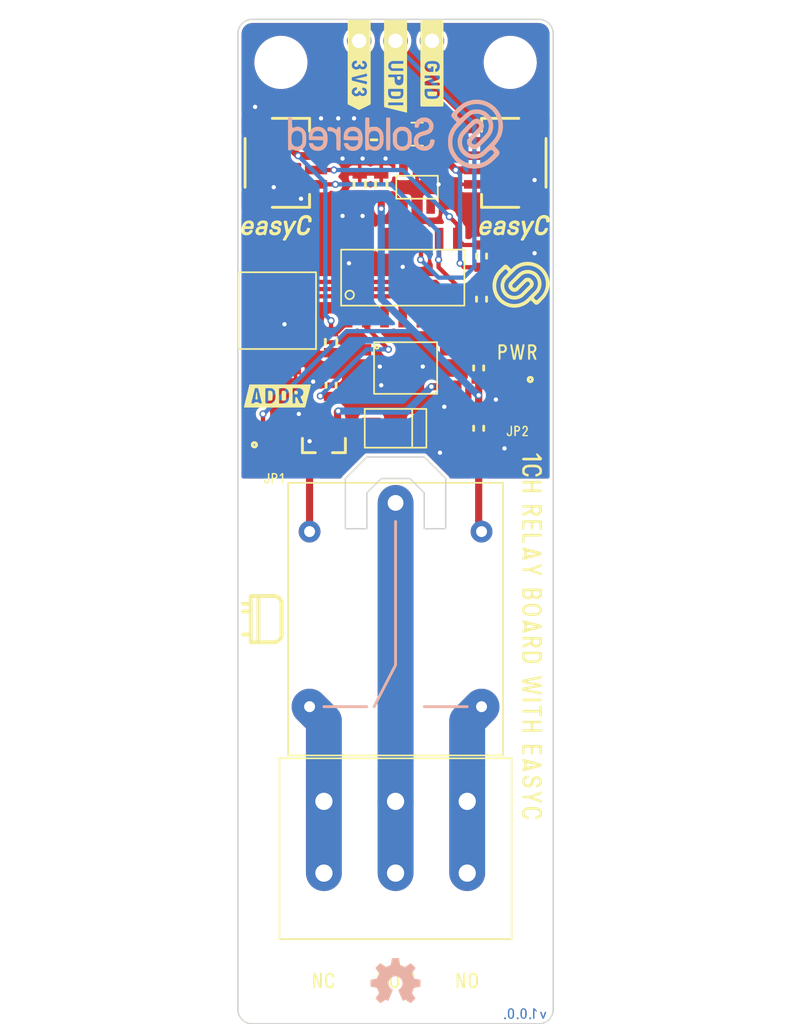
<source format=kicad_pcb>
(kicad_pcb (version 20210126) (generator pcbnew)
  (layers (0 "F.Cu" signal) (31 "B.Cu" signal) (34 "B.Paste" user) (35 "F.Paste" user) (36 "B.SilkS" user "B.Silkscreen") (37 "F.SilkS" user "F.Silkscreen") (38 "B.Mask" user) (39 "F.Mask" user) (44 "Edge.Cuts" user))
  (net 0 "")
  (net 1 "Net-(D1-Pad2)")
  (net 2 "NO")
  (net 3 "COM")
  (net 4 "NC")
  (net 5 "GND")
  (net 6 "Net-(Q1-Pad1)")
  (net 7 "Net-(R1-Pad1)")
  (net 8 "Net-(R3-Pad1)")
  (net 9 "Net-(D2-Pad2)")
  (net 10 "Net-(D2-Pad1)")
  (net 11 "3V3")
  (net 12 "5V")
  (net 13 "Net-(JP1-Pad1)")
  (net 14 "SDA")
  (net 15 "SCL")
  (net 16 "UPDI")
  (net 17 "Net-(L1-Pad1)")
  (net 21 "ADD3")
  (net 22 "ADD2")
  (net 23 "ADD1")
  (net 26 "IN1")
  (net 29 "Net-(D3-Pad1)")
  (net 30 "Net-(JP2-Pad2)")
  (footprint "buzzardLabel" (layer "F.Cu") (at 86 122)
    (fp_text reference "" (at 0 0) (layer "F.SilkS") (effects (font (size 1.27 1.27))))
    (fp_text value "" (at 0 0) (layer "F.SilkS") (effects (font (size 1.27 1.27))))
  )
  (footprint "e-radionica.com footprinti:FIDUCIAL_1MM_PASTE" (layer "F.Cu") (at 76.7 65)
    (fp_text reference "FD1")
    (fp_text value "Fiducial_Stencil")
    (pad "1" smd circle (at 0 0) (size 1 1) (property pad_prop_fiducial_glob) (layers "F.Cu" "F.Paste" "F.Mask"))
  )
  (footprint "Soldered Graphics:Logo-Front-Soldered-4mm" (layer "F.Cu") (at 94.75 73.5 -90)
    (fp_text reference "G***" hide)
    (fp_text value "LOGO" hide)
  )
  (footprint "buzzardLabel" (layer "F.Cu") (at 83.46 54.6 -90)
    (fp_text reference "" (at 0 0 90) (layer "F.SilkS") (effects (font (size 1.27 1.27))))
    (fp_text value "" (at 0 0 90) (layer "F.SilkS") (effects (font (size 1.27 1.27))))
  )
  (footprint "e-radionica.com footprinti:0603R" (layer "F.Cu") (at 91.8 79.3 -90)
    (fp_text reference "R3")
    (fp_text value "330R")
    (pad "1" smd rect (at -0.775 0) (size 1 0.64) (layers "F.Cu" "F.Paste" "F.Mask") (net 8 "Net-(R3-Pad1)"))
    (pad "2" smd rect (at 0.775 0) (size 1 0.64) (layers "F.Cu" "F.Paste" "F.Mask") (net 12 "5V"))
  )
  (footprint "e-radionica.com footprinti:PC357_OPTO" (layer "F.Cu") (at 86.7 79.3)
    (fp_text reference "U1")
    (fp_text value "PC357_OPTO")
    (pad "1" smd rect (at -3.15 -1.27) (size 1.5 0.8) (layers "F.Cu" "F.Paste" "F.Mask") (net 7 "Net-(R1-Pad1)"))
    (pad "2" smd rect (at -3.15 1.27) (size 1.5 0.8) (layers "F.Cu" "F.Paste" "F.Mask") (net 5 "GND"))
    (pad "3" smd rect (at 3.15 1.27) (size 1.5 0.8) (layers "F.Cu" "F.Paste" "F.Mask") (net 6 "Net-(Q1-Pad1)"))
    (pad "4" smd rect (at 3.15 -1.27) (size 1.5 0.8) (layers "F.Cu" "F.Paste" "F.Mask") (net 8 "Net-(R3-Pad1)"))
  )
  (footprint "Soldered Graphics:Logo-Front-easyC-5mm" (layer "F.Cu") (at 94.3 69.5)
    (fp_text reference "G***" hide)
    (fp_text value "LOGO" hide)
  )
  (footprint "e-radionica.com footprinti:tps613222a" (layer "F.Cu") (at 87.5 66.7 -90)
    (fp_text reference "U3")
    (fp_text value "TPS613222A")
    (pad "1" smd rect (at -1.3 -0.95 270) (size 1.1 0.6) (layers "F.Cu" "F.Paste" "F.Mask") (net 17 "Net-(L1-Pad1)"))
    (pad "2" smd rect (at -1.3 0 270) (size 1.1 0.6) (layers "F.Cu" "F.Paste" "F.Mask") (net 5 "GND"))
    (pad "3" smd rect (at -1.3 0.95 270) (size 1.1 0.6) (layers "F.Cu" "F.Paste" "F.Mask"))
    (pad "4" smd rect (at 1.3 0.95 270) (size 1.1 0.6) (layers "F.Cu" "F.Paste" "F.Mask") (net 12 "5V"))
    (pad "5" smd rect (at 1.3 -0.95 270) (size 1.1 0.6) (layers "F.Cu" "F.Paste" "F.Mask"))
  )
  (footprint "e-radionica.com footprinti:HEADER-UPDI" (layer "F.Cu") (at 86 56.5)
    (fp_text reference "K4")
    (fp_text value "HEADER-UPDI")
    (pad "1" thru_hole circle (at -2.54 0) (size 1.7 1.7) (drill 1) (layers *.Cu "B.Mask") (net 11 "3V3"))
    (pad "2" thru_hole circle (at 0 0) (size 1.7 1.7) (drill 1) (layers *.Cu "B.Mask") (net 16 "UPDI"))
    (pad "3" thru_hole circle (at 2.54 0) (size 1.7 1.7) (drill 1) (layers *.Cu "B.Mask") (net 5 "GND"))
  )
  (footprint "Soldered Graphics:Symbol-Front-Relay" (layer "F.Cu") (at 76.7 96.8 -90)
    (fp_text reference "G***" hide)
    (fp_text value "LOGO" hide)
  )
  (footprint "Soldered Graphics:Logo-Front-easyC-5mm" (layer "F.Cu") (at 77.7 69.5)
    (fp_text reference "G***" hide)
    (fp_text value "LOGO" hide)
  )
  (footprint "e-radionica.com footprinti:HOLE_3.2mm" (layer "F.Cu") (at 94 122)
    (fp_text reference "H1" hide)
    (fp_text value "HOLE_3.2mm" hide)
    (pad "" np_thru_hole circle (at 0 0) (size 3.2 3.2) (drill 3.2) (layers F&B.Cu *.Mask))
  )
  (footprint "e-radionica.com footprinti:0806L" (layer "F.Cu") (at 87.5 63 180)
    (fp_text reference "L1")
    (fp_text value "DFE201612E-2R2M=P2")
    (pad "1" smd rect (at -0.8 0 180) (size 0.8 1.8) (layers "F.Cu" "F.Paste" "F.Mask") (net 17 "Net-(L1-Pad1)"))
    (pad "2" smd rect (at 0.8 0 180) (size 0.8 1.8) (layers "F.Cu" "F.Paste" "F.Mask") (net 11 "3V3"))
  )
  (footprint "e-radionica.com footprinti:easyC-connector" (layer "F.Cu") (at 78.3 65 90)
    (fp_text reference "K5")
    (fp_text value "easyC-SMD")
    (pad "1" smd rect (at -1.5 2.15 90) (size 0.6 1.55) (layers "F.Cu" "F.Paste" "F.Mask") (net 15 "SCL"))
    (pad "2" smd rect (at -0.5 2.15 90) (size 0.6 1.55) (layers "F.Cu" "F.Paste" "F.Mask") (net 14 "SDA"))
    (pad "3" smd rect (at 0.5 2.15 90) (size 0.6 1.55) (layers "F.Cu" "F.Paste" "F.Mask") (net 11 "3V3"))
    (pad "4" smd rect (at 1.5 2.15 90) (size 0.6 1.55) (layers "F.Cu" "F.Paste" "F.Mask") (net 5 "GND"))
    (pad "5" smd rect (at 2.6 -2.15 90) (size 1.2 1.8) (layers "F.Cu" "F.Paste" "F.Mask") (net 5 "GND"))
    (pad "5" smd rect (at -2.6 -2.15 90) (size 1.2 1.8) (layers "F.Cu" "F.Paste" "F.Mask") (net 5 "GND"))
  )
  (footprint "buzzardLabel" (layer "F.Cu") (at 88.54 54.6 -90)
    (fp_text reference "" (at 0 0 90) (layer "F.SilkS") (effects (font (size 1.27 1.27))))
    (fp_text value "" (at 0 0 90) (layer "F.SilkS") (effects (font (size 1.27 1.27))))
  )
  (footprint "e-radionica.com footprinti:SMD-JUMPER-CONNECTED_TRACE_NOSLODERMASK" (layer "F.Cu") (at 77.5 86)
    (fp_text reference "JP1")
    (fp_text value "SMD-JUMPER-CONNECTED_TRACE_NOSLODERMASK")
    (fp_poly (pts (xy 0.1 0.1) (xy -0.1 0.1) (xy -0.1 -0.1) (xy 0.1 -0.1)) (layer "F.Cu") (width 0.1) (fill solid))
    (pad "1" smd rect (at -0.35 0) (size 0.5 1) (layers "F.Cu") (net 13 "Net-(JP1-Pad1)"))
    (pad "2" smd rect (at 0.35 0) (size 0.5 1) (layers "F.Cu") (net 10 "Net-(D2-Pad1)"))
  )
  (footprint "buzzardLabel" (layer "F.Cu") (at 94.5 78.2)
    (fp_text reference "" (at 0 0) (layer "F.SilkS") (effects (font (size 1.27 1.27))))
    (fp_text value "" (at 0 0) (layer "F.SilkS") (effects (font (size 1.27 1.27))))
  )
  (footprint "buzzardLabel" (layer "F.Cu") (at 77.5 87)
    (fp_text reference "" (at 0 0) (layer "F.SilkS") (effects (font (size 1.27 1.27))))
    (fp_text value "" (at 0 0) (layer "F.SilkS") (effects (font (size 1.27 1.27))))
  )
  (footprint "buzzardLabel" (layer "F.Cu") (at 94.5 83.7)
    (fp_text reference "" (at 0 0) (layer "F.SilkS") (effects (font (size 1.27 1.27))))
    (fp_text value "" (at 0 0) (layer "F.SilkS") (effects (font (size 1.27 1.27))))
  )
  (footprint "buzzardLabel" (layer "F.Cu") (at 95.5 98 -90)
    (fp_text reference "" (at 0 0 90) (layer "F.SilkS") (effects (font (size 1.27 1.27))))
    (fp_text value "" (at 0 0 90) (layer "F.SilkS") (effects (font (size 1.27 1.27))))
  )
  (footprint "e-radionica.com footprinti:0603R" (layer "F.Cu") (at 81.5 80.5 -90)
    (fp_text reference "R1")
    (fp_text value "100R")
    (pad "1" smd rect (at -0.775 0) (size 1 0.64) (layers "F.Cu" "F.Paste" "F.Mask") (net 7 "Net-(R1-Pad1)"))
    (pad "2" smd rect (at 0.775 0) (size 1 0.64) (layers "F.Cu" "F.Paste" "F.Mask") (net 26 "IN1"))
  )
  (footprint "e-radionica.com footprinti:HOLE_3.2mm" (layer "F.Cu") (at 78 122)
    (fp_text reference "H2" hide)
    (fp_text value "HOLE_3.2mm" hide)
    (pad "" np_thru_hole circle (at 0 0) (size 3.2 3.2) (drill 3.2) (layers F&B.Cu *.Mask))
  )
  (footprint "e-radionica.com footprinti:SMD-JUMPER-CONNECTED_TRACE_NOSLODERMASK" (layer "F.Cu") (at 94.5 82.7)
    (fp_text reference "JP2")
    (fp_text value "SMD-JUMPER-CONNECTED_TRACE_NOSLODERMASK")
    (fp_poly (pts (xy 0.1 0.1) (xy -0.1 0.1) (xy -0.1 -0.1) (xy 0.1 -0.1)) (layer "F.Cu") (width 0.1) (fill solid))
    (pad "1" smd rect (at -0.35 0) (size 0.5 1) (layers "F.Cu") (net 12 "5V"))
    (pad "2" smd rect (at 0.35 0) (size 0.5 1) (layers "F.Cu") (net 30 "Net-(JP2-Pad2)"))
  )
  (footprint "e-radionica.com footprinti:M4_DIODA" (layer "F.Cu") (at 86 83.5)
    (fp_text reference "D2")
    (fp_text value "M4_DIODA")
    (pad "1" smd rect (at -1.69 0) (size 1.27 1.47) (layers "F.Cu" "F.Paste" "F.Mask") (net 10 "Net-(D2-Pad1)"))
    (pad "2" smd rect (at 1.69 0) (size 1.27 1.47) (layers "F.Cu" "F.Paste" "F.Mask") (net 9 "Net-(D2-Pad2)"))
  )
  (footprint "e-radionica.com footprinti:0603C" (layer "F.Cu") (at 84.5 63)
    (fp_text reference "C4")
    (fp_text value "C1608X7S1A475K080AC")
    (pad "1" smd rect (at -0.73 0) (size 0.66 1) (layers "F.Cu" "F.Paste" "F.Mask") (net 5 "GND"))
    (pad "2" smd rect (at 0.73 0) (size 0.66 1) (layers "F.Cu" "F.Paste" "F.Mask") (net 11 "3V3"))
  )
  (footprint "buzzardLabel" (layer "F.Cu") (at 77.75 81.25)
    (fp_text reference "" (at 0 0) (layer "F.SilkS") (effects (font (size 1.27 1.27))))
    (fp_text value "" (at 0 0) (layer "F.SilkS") (effects (font (size 1.27 1.27))))
  )
  (footprint "buzzardLabel" (layer "F.Cu") (at 81 122)
    (fp_text reference "" (at 0 0) (layer "F.SilkS") (effects (font (size 1.27 1.27))))
    (fp_text value "" (at 0 0) (layer "F.SilkS") (effects (font (size 1.27 1.27))))
  )
  (footprint "e-radionica.com footprinti:0603R" (layer "F.Cu") (at 92 74.5 90)
    (fp_text reference "R6")
    (fp_text value "10k")
    (pad "1" smd rect (at -0.775 0 180) (size 1 0.64) (layers "F.Cu" "F.Paste" "F.Mask") (net 15 "SCL"))
    (pad "2" smd rect (at 0.775 0 180) (size 1 0.64) (layers "F.Cu" "F.Paste" "F.Mask") (net 11 "3V3"))
  )
  (footprint "Soldered Graphics:Logo-Back-SolderedFULL-15mm" (layer "F.Cu") (at 86 63)
    (fp_text reference "REF**" hide)
    (fp_text value "Logo-Front-SolderedFULL-15mm" hide)
  )
  (footprint "e-radionica.com footprinti:0402LED" (layer "F.Cu") (at 94.5 79.5)
    (fp_text reference "D3")
    (fp_text value "purple")
    (pad "1" smd rect (at -0.55 0 90) (size 0.75 0.45) (layers "F.Cu" "F.Paste" "F.Mask") (net 29 "Net-(D3-Pad1)"))
    (pad "2" smd rect (at 0.55 0 90) (size 0.75 0.45) (layers "F.Cu" "F.Paste" "F.Mask") (net 5 "GND"))
  )
  (footprint "Soldered Graphics:Logo-Back-OSH-3.5mm" (layer "F.Cu") (at 86 122)
    (fp_text reference "G***" hide)
    (fp_text value "LOGO" hide)
  )
  (footprint "buzzardLabel" (layer "F.Cu") (at 86 54.6 -90)
    (fp_text reference "" (at 0 0 90) (layer "F.SilkS") (effects (font (size 1.27 1.27))))
    (fp_text value "" (at 0 0 90) (layer "F.SilkS") (effects (font (size 1.27 1.27))))
  )
  (footprint "e-radionica.com footprinti:0603R" (layer "F.Cu") (at 92 71.5 -90)
    (fp_text reference "R5")
    (fp_text value "10k")
    (pad "1" smd rect (at -0.775 0) (size 1 0.64) (layers "F.Cu" "F.Paste" "F.Mask") (net 14 "SDA"))
    (pad "2" smd rect (at 0.775 0) (size 1 0.64) (layers "F.Cu" "F.Paste" "F.Mask") (net 11 "3V3"))
  )
  (footprint "e-radionica.com footprinti:0603R" (layer "F.Cu") (at 91.8 83.5 90)
    (fp_text reference "R4")
    (fp_text value "10R")
    (pad "1" smd rect (at -0.775 0 180) (size 1 0.64) (layers "F.Cu" "F.Paste" "F.Mask") (net 9 "Net-(D2-Pad2)"))
    (pad "2" smd rect (at 0.775 0 180) (size 1 0.64) (layers "F.Cu" "F.Paste" "F.Mask") (net 12 "5V"))
  )
  (footprint "e-radionica.com footprinti:easyC-connector" (layer "F.Cu") (at 93.7 65 -90)
    (fp_text reference "K2")
    (fp_text value "easyC-SMD")
    (pad "1" smd rect (at -1.5 2.15 270) (size 0.6 1.55) (layers "F.Cu" "F.Paste" "F.Mask") (net 15 "SCL"))
    (pad "2" smd rect (at -0.5 2.15 270) (size 0.6 1.55) (layers "F.Cu" "F.Paste" "F.Mask") (net 14 "SDA"))
    (pad "3" smd rect (at 0.5 2.15 270) (size 0.6 1.55) (layers "F.Cu" "F.Paste" "F.Mask") (net 11 "3V3"))
    (pad "4" smd rect (at 1.5 2.15 270) (size 0.6 1.55) (layers "F.Cu" "F.Paste" "F.Mask") (net 5 "GND"))
    (pad "5" smd rect (at -2.6 -2.15 270) (size 1.2 1.8) (layers "F.Cu" "F.Paste" "F.Mask") (net 5 "GND"))
    (pad "5" smd rect (at 2.6 -2.15 270) (size 1.2 1.8) (layers "F.Cu" "F.Paste" "F.Mask") (net 5 "GND"))
  )
  (footprint "e-radionica.com footprinti:HOLE_3.2mm" (layer "F.Cu") (at 94 58)
    (fp_text reference "H3" hide)
    (fp_text value "HOLE_3.2mm" hide)
    (pad "" np_thru_hole circle (at 0 0) (size 3.2 3.2) (drill 3.2) (layers F&B.Cu *.Mask))
  )
  (footprint "e-radionica.com footprinti:0603C" (layer "F.Cu") (at 83.5 66.5 -90)
    (fp_text reference "C2")
    (fp_text value "CL10A226MPCNUBE")
    (pad "1" smd rect (at -0.73 0 270) (size 0.66 1) (layers "F.Cu" "F.Paste" "F.Mask") (net 5 "GND"))
    (pad "2" smd rect (at 0.73 0 270) (size 0.66 1) (layers "F.Cu" "F.Paste" "F.Mask") (net 12 "5V"))
  )
  (footprint "e-radionica.com footprinti:0402R" (layer "F.Cu") (at 78.3 83.75 90)
    (fp_text reference "R2")
    (fp_text value "1k")
    (pad "1" smd rect (at -0.5 0 180) (size 0.64 0.54) (layers "F.Cu" "F.Paste" "F.Mask") (net 13 "Net-(JP1-Pad1)"))
    (pad "2" smd rect (at 0.5 0 180) (size 0.64 0.54) (layers "F.Cu" "F.Paste" "F.Mask") (net 1 "Net-(D1-Pad2)"))
  )
  (footprint "e-radionica.com footprinti:SRD_RELAY_5V" (layer "F.Cu") (at 86 96.8 90)
    (fp_text reference "K1")
    (fp_text value "SRD_RELAY_5V")
    (pad "1" thru_hole circle (at 6.1 6 90) (size 1.524 1.524) (drill 0.762) (layers *.Cu *.Mask) (net 9 "Net-(D2-Pad2)"))
    (pad "2" thru_hole circle (at 6.1 -6 90) (size 1.524 1.524) (drill 0.762) (layers *.Cu *.Mask) (net 10 "Net-(D2-Pad1)"))
    (pad "3" thru_hole circle (at -6.1 6 90) (size 1.524 1.524) (drill 0.762) (layers *.Cu *.Mask) (net 2 "NO"))
    (pad "4" thru_hole circle (at 8.1 0 90) (size 1.524 1.524) (drill 1.1) (layers *.Cu *.Mask) (net 3 "COM"))
    (pad "5" thru_hole circle (at -6.1 -6 90) (size 1.524 1.524) (drill 0.762) (layers *.Cu *.Mask) (net 4 "NC"))
  )
  (footprint "e-radionica.com footprinti:0603C" (layer "F.Cu") (at 85 66.5 -90)
    (fp_text reference "C3")
    (fp_text value "CL10A226MPCNUBE")
    (pad "1" smd rect (at -0.73 0 270) (size 0.66 1) (layers "F.Cu" "F.Paste" "F.Mask") (net 5 "GND"))
    (pad "2" smd rect (at 0.73 0 270) (size 0.66 1) (layers "F.Cu" "F.Paste" "F.Mask") (net 12 "5V"))
  )
  (footprint "e-radionica.com footprinti:DSHP03TS-S" (layer "F.Cu") (at 77.75 75.3 -90)
    (fp_text reference "K6")
    (fp_text value "DSHP03TS-S")
    (pad "1" smd rect (at -3.81 -1.27) (size 0.76 1.27) (layers "F.Cu" "F.Paste" "F.Mask") (net 23 "ADD1"))
    (pad "2" smd rect (at 3.81 -1.27) (size 0.76 1.27) (layers "F.Cu" "F.Paste" "F.Mask") (net 5 "GND"))
    (pad "3" smd rect (at -3.81 0) (size 0.76 1.27) (layers "F.Cu" "F.Paste" "F.Mask") (net 22 "ADD2"))
    (pad "4" smd rect (at 3.81 0) (size 0.76 1.27) (layers "F.Cu" "F.Paste" "F.Mask") (net 5 "GND"))
    (pad "5" smd rect (at -3.81 1.27) (size 0.76 1.27) (layers "F.Cu" "F.Paste" "F.Mask") (net 21 "ADD3"))
    (pad "6" smd rect (at 3.81 1.27) (size 0.76 1.27) (layers "F.Cu" "F.Paste" "F.Mask") (net 5 "GND"))
  )
  (footprint "e-radionica.com footprinti:0402LED" (layer "F.Cu") (at 76.75 83.75 -90)
    (fp_text reference "D1")
    (fp_text value "purple")
    (pad "1" smd rect (at -0.55 0) (size 0.75 0.45) (layers "F.Cu" "F.Paste" "F.Mask") (net 12 "5V"))
    (pad "2" smd rect (at 0.55 0) (size 0.75 0.45) (layers "F.Cu" "F.Paste" "F.Mask") (net 1 "Net-(D1-Pad2)"))
  )
  (footprint "buzzardLabel" (layer "F.Cu") (at 91 122)
    (fp_text reference "" (at 0 0) (layer "F.SilkS") (effects (font (size 1.27 1.27))))
    (fp_text value "" (at 0 0) (layer "F.SilkS") (effects (font (size 1.27 1.27))))
  )
  (footprint "e-radionica.com footprinti:0603C" (layer "F.Cu") (at 81.5 77.5 -90)
    (fp_text reference "C1")
    (fp_text value "0.1uF")
    (pad "1" smd rect (at -0.73 0 270) (size 0.66 1) (layers "F.Cu" "F.Paste" "F.Mask") (net 11 "3V3"))
    (pad "2" smd rect (at 0.73 0 270) (size 0.66 1) (layers "F.Cu" "F.Paste" "F.Mask") (net 5 "GND"))
  )
  (footprint "e-radionica.com footprinti:0402R" (layer "F.Cu") (at 94.5 81 180)
    (fp_text reference "R7")
    (fp_text value "330R")
    (pad "1" smd rect (at -0.5 0 270) (size 0.64 0.54) (layers "F.Cu" "F.Paste" "F.Mask") (net 30 "Net-(JP2-Pad2)"))
    (pad "2" smd rect (at 0.5 0 270) (size 0.64 0.54) (layers "F.Cu" "F.Paste" "F.Mask") (net 29 "Net-(D3-Pad1)"))
  )
  (footprint "e-radionica.com footprinti:HOLE_3.2mm" (layer "F.Cu") (at 78 58)
    (fp_text reference "H4" hide)
    (fp_text value "HOLE_3.2mm" hide)
    (pad "" np_thru_hole circle (at 0 0) (size 3.2 3.2) (drill 3.2) (layers F&B.Cu *.Mask))
  )
  (footprint "e-radionica.com footprinti:SOT-23-3" (layer "F.Cu") (at 81 84.5 -90)
    (fp_text reference "Q1")
    (fp_text value "NPN-SOT-23-3")
    (pad "1" smd rect (at -1.2 -0.95) (size 0.6 1) (layers "F.Cu" "F.Paste" "F.Mask") (net 6 "Net-(Q1-Pad1)"))
    (pad "2" smd rect (at -1.2 0.95) (size 0.6 1) (layers "F.Cu" "F.Paste" "F.Mask") (net 5 "GND"))
    (pad "3" smd rect (at 1.2 0) (size 0.6 1) (layers "F.Cu" "F.Paste" "F.Mask") (net 10 "Net-(D2-Pad1)"))
  )
  (footprint "e-radionica.com footprinti:TERMINAL_KF235-5.0-3P" (layer "F.Cu") (at 86 112)
    (fp_text reference "K3")
    (fp_text value "TERMINAL_KF235-5.0-3P")
    (pad "1" thru_hole circle (at 5 2.5) (size 1.8 1.8) (drill 1.2) (layers *.Cu *.Mask) (net 2 "NO"))
    (pad "1" thru_hole circle (at 5 -2.5) (size 1.8 1.8) (drill 1.2) (layers *.Cu *.Mask) (net 2 "NO"))
    (pad "2" thru_hole circle (at 0 2.5) (size 1.8 1.8) (drill 1.2) (layers *.Cu *.Mask) (net 3 "COM"))
    (pad "2" thru_hole circle (at 0 -2.5) (size 1.8 1.8) (drill 1.2) (layers *.Cu *.Mask) (net 3 "COM"))
    (pad "3" thru_hole circle (at -5 2.5) (size 1.8 1.8) (drill 1.2) (layers *.Cu *.Mask) (net 4 "NC"))
    (pad "3" thru_hole circle (at -5 -2.5) (size 1.8 1.8) (drill 1.2) (layers *.Cu *.Mask) (net 4 "NC"))
  )
  (footprint "e-radionica.com footprinti:SOIC-14" (layer "F.Cu") (at 86.5 73 90)
    (fp_text reference "U2")
    (fp_text value "ATTINY404-SSNR")
    (pad "1" smd rect (at -2.7 -3.81 90) (size 1.55 0.6) (layers "F.Cu" "F.Paste" "F.Mask") (net 11 "3V3"))
    (pad "2" smd rect (at -2.7 -2.54 90) (size 1.55 0.6) (layers "F.Cu" "F.Paste" "F.Mask") (net 26 "IN1"))
    (pad "3" smd rect (at -2.7 -1.27 90) (size 1.55 0.6) (layers "F.Cu" "F.Paste" "F.Mask"))
    (pad "4" smd rect (at -2.7 0 90) (size 1.55 0.6) (layers "F.Cu" "F.Paste" "F.Mask"))
    (pad "5" smd rect (at -2.7 1.27 90) (size 1.55 0.6) (layers "F.Cu" "F.Paste" "F.Mask") (net 21 "ADD3"))
    (pad "6" smd rect (at -2.7 2.54 90) (size 1.55 0.6) (layers "F.Cu" "F.Paste" "F.Mask") (net 22 "ADD2"))
    (pad "7" smd rect (at -2.7 3.81 90) (size 1.55 0.6) (layers "F.Cu" "F.Paste" "F.Mask") (net 23 "ADD1"))
    (pad "8" smd rect (at 2.7 3.81 90) (size 1.55 0.6) (layers "F.Cu" "F.Paste" "F.Mask") (net 14 "SDA"))
    (pad "9" smd rect (at 2.7 2.54 90) (size 1.55 0.6) (layers "F.Cu" "F.Paste" "F.Mask") (net 15 "SCL"))
    (pad "10" smd rect (at 2.7 1.27 90) (size 1.55 0.6) (layers "F.Cu" "F.Paste" "F.Mask") (net 16 "UPDI"))
    (pad "11" smd rect (at 2.7 0 90) (size 1.55 0.6) (layers "F.Cu" "F.Paste" "F.Mask"))
    (pad "12" smd rect (at 2.7 -1.27 90) (size 1.55 0.6) (layers "F.Cu" "F.Paste" "F.Mask"))
    (pad "13" smd rect (at 2.7 -2.54 90) (size 1.55 0.6) (layers "F.Cu" "F.Paste" "F.Mask"))
    (pad "14" smd rect (at 2.7 -3.81 90) (size 1.55 0.6) (layers "F.Cu" "F.Paste" "F.Mask") (net 5 "GND"))
  )
  (footprint "Soldered Graphics:Version1.0.0." (layer "B.Cu") (at 95 124.3 180)
    (fp_text reference "" (at 0 0) (layer "B.SilkS") (effects (font (size 1.27 1.27)) (justify mirror)))
    (fp_text value "" (at 0 0) (layer "B.SilkS") (effects (font (size 1.27 1.27)) (justify mirror)))
    (fp_poly (pts (xy 0.06 -0.35) (xy 0.11 -0.35) (xy 0.17 -0.33) (xy 0.13 -0.28) (xy 0.03 -0.28) (xy -0.01 -0.25) (xy -0.03 -0.2) (xy -0.05 -0.15) (xy -0.05 -0.11) (xy -0.05 0.01) (xy -0.05 0.13) (xy -0.05 0.17) (xy -0.03 0.22) (xy -0.01 0.27) (xy 0.02 0.3) (xy 0.13 0.3) (xy 0.16 0.26) (xy 0.18 0.21) (xy 0.18 0.15) (xy 0.19 0.05) (xy 0.19 -0.08) (xy 0.19 -0.12) (xy 0.18 -0.17) (xy 0.16 -0.22) (xy 0.14 -0.27) (xy 0.14 -0.28) (xy 0.17 -0.32) (xy 0.21 -0.29) (xy 0.24 -0.26) (xy 0.26 -0.22) (xy 0.27 -0.16) (xy 0.28 -0.11) (xy 0.28 -0.06) (xy 0.28 0.06) (xy 0.28 0.12) (xy 0.27 0.17) (xy 0.26 0.22) (xy 0.25 0.27) (xy 0.22 0.3) (xy 0.19 0.34) (xy 0.13 0.37) (xy 0.08 0.38) (xy 0.02 0.38) (xy -0.03 0.35) (xy -0.08 0.31) (xy -0.1 0.28) (xy -0.12 0.23) (xy -0.14 0.18) (xy -0.14 0.13) (xy -0.15 0.08) (xy -0.15 -0.04) (xy -0.14 -0.1) (xy -0.14 -0.14) (xy -0.13 -0.2) (xy -0.11 -0.25) (xy -0.08 -0.28) (xy -0.05 -0.32) (xy 0.01 -0.35) (xy 0.06 -0.35)) (layer "B.Cu") (width 0.01) (fill solid))
    (fp_poly (pts (xy -1.33 -0.35) (xy -1.27 -0.35) (xy -1.25 -0.31) (xy -1.09 0.1) (xy -1.11 0.13) (xy -1.16 0.13) (xy -1.19 0.1) (xy -1.28 -0.16) (xy -1.3 -0.21) (xy -1.32 -0.17) (xy -1.41 0.09) (xy -1.44 0.13) (xy -1.49 0.13) (xy -1.51 0.1) (xy -1.36 -0.31) (xy -1.33 -0.35)) (layer "B.Cu") (width 0.01) (fill solid))
    (fp_poly (pts (xy -0.67 -0.35) (xy -0.62 -0.35) (xy -0.6 -0.31) (xy -0.6 0.35) (xy -0.64 0.38) (xy -0.69 0.38) (xy -0.73 0.34) (xy -0.84 0.22) (xy -0.86 0.17) (xy -0.83 0.16) (xy -0.73 0.22) (xy -0.69 0.23) (xy -0.69 -0.31) (xy -0.67 -0.35)) (layer "B.Cu") (width 0.01) (fill solid))
    (fp_poly (pts (xy 1.31 -0.38) (xy 1.36 -0.38) (xy 1.41 -0.37) (xy 1.42 -0.33) (xy 1.42 -0.27) (xy 1.38 -0.26) (xy 1.33 -0.26) (xy 1.3 -0.29) (xy 1.3 -0.34) (xy 1.31 -0.38)) (layer "B.Cu") (width 0.01) (fill solid))
    (fp_poly (pts (xy 0.43 -0.38) (xy 0.48 -0.38) (xy 0.54 -0.37) (xy 0.54 -0.33) (xy 0.54 -0.27) (xy 0.5 -0.26) (xy 0.45 -0.26) (xy 0.42 -0.29) (xy 0.42 -0.34) (xy 0.43 -0.38)) (layer "B.Cu") (width 0.01) (fill solid))
    (fp_poly (pts (xy 0.93 -0.35) (xy 0.99 -0.35) (xy 1.04 -0.33) (xy 1.01 -0.28) (xy 0.91 -0.28) (xy 0.87 -0.25) (xy 0.85 -0.2) (xy 0.83 -0.15) (xy 0.83 -0.11) (xy 0.82 0.01) (xy 0.83 0.13) (xy 0.83 0.17) (xy 0.84 0.22) (xy 0.87 0.27) (xy 0.9 0.3) (xy 1.01 0.3) (xy 1.04 0.26) (xy 1.05 0.21) (xy 1.06 0.15) (xy 1.07 0.05) (xy 1.07 -0.08) (xy 1.06 -0.12) (xy 1.06 -0.17) (xy 1.04 -0.22) (xy 1.02 -0.27) (xy 1.01 -0.28) (xy 1.05 -0.32) (xy 1.09 -0.29) (xy 1.12 -0.26) (xy 1.14 -0.22) (xy 1.15 -0.16) (xy 1.16 -0.11) (xy 1.16 -0.06) (xy 1.16 0.06) (xy 1.16 0.12) (xy 1.15 0.17) (xy 1.14 0.22) (xy 1.13 0.27) (xy 1.1 0.3) (xy 1.06 0.34) (xy 1.01 0.37) (xy 0.95 0.38) (xy 0.9 0.38) (xy 0.84 0.35) (xy 0.8 0.31) (xy 0.78 0.28) (xy 0.75 0.23) (xy 0.74 0.18) (xy 0.74 0.13) (xy 0.73 0.08) (xy 0.73 -0.04) (xy 0.73 -0.1) (xy 0.74 -0.14) (xy 0.75 -0.2) (xy 0.77 -0.25) (xy 0.79 -0.28) (xy 0.83 -0.32) (xy 0.89 -0.35) (xy 0.93 -0.35)) (layer "B.Cu") (width 0.01) (fill solid))
    (fp_poly (pts (xy -0.44 -0.38) (xy -0.39 -0.38) (xy -0.34 -0.37) (xy -0.34 -0.33) (xy -0.34 -0.27) (xy -0.38 -0.26) (xy -0.43 -0.26) (xy -0.46 -0.29) (xy -0.46 -0.34) (xy -0.44 -0.38)) (layer "B.Cu") (width 0.01) (fill solid))
  )
  (gr_line (start 91 102.9) (end 88 102.9) (layer "B.SilkS") (width 0.2))
  (gr_line (start 81 102.9) (end 84 102.9) (layer "B.SilkS") (width 0.2))
  (gr_line (start 86 100) (end 84.5 102.9) (layer "B.SilkS") (width 0.2))
  (gr_line (start 86 90) (end 86 100) (layer "B.SilkS") (width 0.2))
  (gr_line (start 88 90.5) (end 88 88) (layer "Edge.Cuts") (width 0.1))
  (gr_line (start 82.5 87) (end 84 85.5) (layer "Edge.Cuts") (width 0.1))
  (gr_line (start 89.5 90.5) (end 88 90.5) (layer "Edge.Cuts") (width 0.1))
  (gr_line (start 84 88) (end 84 90.5) (layer "Edge.Cuts") (width 0.1))
  (gr_arc (start 76 124) (end 76 125) (angle 90) (layer "Edge.Cuts") (width 0.1))
  (gr_line (start 89.5 87) (end 89.5 90.5) (layer "Edge.Cuts") (width 0.1))
  (gr_line (start 97 56) (end 97 124) (layer "Edge.Cuts") (width 0.1))
  (gr_line (start 96 125) (end 76 125) (layer "Edge.Cuts") (width 0.1))
  (gr_line (start 87 87) (end 85 87) (layer "Edge.Cuts") (width 0.1))
  (gr_line (start 84 90.5) (end 82.5 90.5) (layer "Edge.Cuts") (width 0.1))
  (gr_line (start 75 124) (end 75 56) (layer "Edge.Cuts") (width 0.1))
  (gr_arc (start 96 55.999997) (end 96 55) (angle 90) (layer "Edge.Cuts") (width 0.1))
  (gr_arc (start 75.999997 56) (end 76 55) (angle -90) (layer "Edge.Cuts") (width 0.1))
  (gr_line (start 82.5 90.5) (end 82.5 87) (layer "Edge.Cuts") (width 0.1))
  (gr_line (start 88 88) (end 87 87) (layer "Edge.Cuts") (width 0.1))
  (gr_line (start 85 87) (end 84 88) (layer "Edge.Cuts") (width 0.1))
  (gr_line (start 76 55) (end 96 55) (layer "Edge.Cuts") (width 0.1))
  (gr_line (start 84 85.5) (end 88 85.5) (layer "Edge.Cuts") (width 0.1))
  (gr_arc (start 96 124) (end 96 125) (angle -90) (layer "Edge.Cuts") (width 0.1))
  (gr_line (start 88 85.5) (end 89.5 87) (layer "Edge.Cuts") (width 0.1))
  (segment (start 76.75 84.3) (end 77.8 83.25) (width 0.3) (layer "F.Cu") (net 1))
  (segment (start 77.8 83.25) (end 78.3 83.25) (width 0.3) (layer "F.Cu") (net 1))
  (segment (start 91 109.5) (end 91 103.9) (width 2.5) (layer "F.Cu") (net 2))
  (segment (start 91 114.5) (end 91 109.5) (width 2.5) (layer "F.Cu") (net 2))
  (segment (start 91 103.9) (end 92 102.9) (width 2.5) (layer "F.Cu") (net 2))
  (segment (start 91 109.5) (end 91 103.9) (width 2.5) (layer "B.Cu") (net 2))
  (segment (start 91 114.5) (end 91 109.5) (width 2.5) (layer "B.Cu") (net 2))
  (segment (start 91 103.9) (end 92 102.9) (width 2.5) (layer "B.Cu") (net 2))
  (segment (start 86 114.5) (end 86 109.5) (width 2.5) (layer "F.Cu") (net 3))
  (segment (start 86 109.5) (end 86 88.7) (width 2.5) (layer "F.Cu") (net 3))
  (segment (start 86 109.5) (end 86 114.5) (width 2.5) (layer "B.Cu") (net 3))
  (segment (start 86 109.5) (end 86 88.7) (width 2.5) (layer "B.Cu") (net 3))
  (segment (start 81 109.5) (end 81 103.9) (width 2.5) (layer "F.Cu") (net 4))
  (segment (start 81 103.9) (end 80 102.9) (width 2.5) (layer "F.Cu") (net 4))
  (segment (start 81 114.5) (end 81 109.5) (width 2.5) (layer "F.Cu") (net 4))
  (segment (start 81 114.5) (end 81 109.5) (width 2.5) (layer "B.Cu") (net 4))
  (segment (start 81 109.5) (end 81 103.9) (width 2.5) (layer "B.Cu") (net 4))
  (segment (start 81 103.9) (end 80 102.9) (width 2.5) (layer "B.Cu") (net 4))
  (via (at 85 80.5) (size 0.5) (drill 0.3) (layers "F.Cu" "B.Cu") (net 5))
  (via (at 80 84.4) (size 0.5) (drill 0.3) (layers "F.Cu" "B.Cu") (net 5))
  (via (at 86.5 72.25) (size 0.5) (drill 0.3) (layers "F.Cu" "B.Cu") (net 5))
  (via (at 89 66.5) (size 0.5) (drill 0.3) (layers "F.Cu" "B.Cu") (net 5))
  (via (at 79.25 82.5) (size 0.5) (drill 0.3) (layers "F.Cu" "B.Cu") (net 5))
  (via (at 80.25 80.25) (size 0.5) (drill 0.3) (layers "F.Cu" "B.Cu") (net 5))
  (via (at 82.75 72) (size 0.5) (drill 0.3) (layers "F.Cu" "B.Cu") (net 5))
  (via (at 78.25 76.25) (size 0.5) (drill 0.3) (layers "F.Cu" "B.Cu") (net 5))
  (via (at 79.4 67.5) (size 0.5) (drill 0.3) (layers "F.Cu" "B.Cu") (net 5))
  (via (at 82 61.9) (size 0.5) (drill 0.3) (layers "F.Cu" "B.Cu") (net 5))
  (via (at 93.6 84.9) (size 0.5) (drill 0.3) (layers "F.Cu" "B.Cu") (net 5))
  (via (at 80.8 61.9) (size 0.5) (drill 0.3) (layers "F.Cu" "B.Cu") (net 5))
  (via (at 95.7 71.3) (size 0.5) (drill 0.3) (layers "F.Cu" "B.Cu") (net 5))
  (via (at 82.3 68.7) (size 0.5) (drill 0.3) (layers "F.Cu" "B.Cu") (net 5))
  (via (at 83.1 61.9) (size 0.5) (drill 0.3) (layers "F.Cu" "B.Cu") (net 5))
  (via (at 85.3 64.7) (size 0.5) (drill 0.3) (layers "F.Cu" "B.Cu") (net 5))
  (via (at 82.3 64.7) (size 0.5) (drill 0.3) (layers "F.Cu" "B.Cu") (net 5))
  (via (at 77.5 66.7) (size 0.5) (drill 0.3) (layers "F.Cu" "B.Cu") (net 5))
  (via (at 89.1 85.2) (size 0.5) (drill 0.3) (layers "F.Cu" "B.Cu") (net 5))
  (via (at 93 81.5) (size 0.5) (drill 0.3) (layers "F.Cu" "B.Cu") (net 5))
  (via (at 83.7 68.7) (size 0.5) (drill 0.3) (layers "F.Cu" "B.Cu") (net 5))
  (via (at 89.4 82) (size 0.5) (drill 0.3) (layers "F.Cu" "B.Cu") (net 5))
  (via (at 87.9 79.2) (size 0.5) (drill 0.3) (layers "F.Cu" "B.Cu") (net 5))
  (via (at 76.2 61.1) (size 0.5) (drill 0.3) (layers "F.Cu" "B.Cu") (net 5))
  (via (at 84.9 79.2) (size 0.5) (drill 0.3) (layers "F.Cu" "B.Cu") (net 5))
  (via (at 83.7 64.7) (size 0.5) (drill 0.3) (layers "F.Cu" "B.Cu") (net 5))
  (via (at 95.7 66.2) (size 0.5) (drill 0.3) (layers "F.Cu" "B.Cu") (net 5))
  (segment (start 82 82.3) (end 81.95 82.35) (width 0.5) (layer "F.Cu") (net 6))
  (segment (start 81.95 82.35) (end 81.95 83.3) (width 0.5) (layer "F.Cu") (net 6))
  (segment (start 89.82 80.6) (end 89.85 80.57) (width 0.5) (layer "F.Cu") (net 6))
  (segment (start 88.5 80.6) (end 89.82 80.6) (width 0.5) (layer "F.Cu") (net 6))
  (via (at 88.5 80.6) (size 0.5) (drill 0.3) (layers "F.Cu" "B.Cu") (net 6))
  (via (at 82 82.3) (size 0.5) (drill 0.3) (layers "F.Cu" "B.Cu") (net 6))
  (segment (start 86.8 82.3) (end 82 82.3) (width 0.5) (layer "B.Cu") (net 6))
  (segment (start 88.5 80.6) (end 86.8 82.3) (width 0.5) (layer "B.Cu") (net 6))
  (segment (start 81.5 79.725) (end 81.855 79.725) (width 0.3) (layer "F.Cu") (net 7))
  (segment (start 81.855 79.725) (end 83.55 78.03) (width 0.3) (layer "F.Cu") (net 7))
  (segment (start 89.85 78.03) (end 91.305 78.03) (width 0.5) (layer "F.Cu") (net 8))
  (segment (start 91.305 78.03) (end 91.8 78.525) (width 0.5) (layer "F.Cu") (net 8))
  (segment (start 91.8 84.275) (end 91.8 90.5) (width 0.5) (layer "F.Cu") (net 9))
  (segment (start 90.775 84.275) (end 91.8 84.275) (width 0.5) (layer "F.Cu") (net 9))
  (segment (start 87.69 83.5) (end 90 83.5) (width 0.5) (layer "F.Cu") (net 9))
  (segment (start 91.8 90.5) (end 92 90.7) (width 0.5) (layer "F.Cu") (net 9))
  (segment (start 90 83.5) (end 90.775 84.275) (width 0.5) (layer "F.Cu") (net 9))
  (segment (start 80 86.7) (end 80.5 86.2) (width 0.5) (layer "F.Cu") (net 10))
  (segment (start 77.85 86) (end 80.7 86) (width 0.3) (layer "F.Cu") (net 10))
  (segment (start 82.11 85.7) (end 84.31 83.5) (width 0.5) (layer "F.Cu") (net 10))
  (segment (start 80 90.7) (end 80 86.7) (width 0.5) (layer "F.Cu") (net 10))
  (segment (start 80.5 86.2) (end 81 85.7) (width 0.5) (layer "F.Cu") (net 10))
  (segment (start 80.7 86) (end 81 85.7) (width 0.3) (layer "F.Cu") (net 10))
  (segment (start 81 85.7) (end 82.11 85.7) (width 0.5) (layer "F.Cu") (net 10))
  (segment (start 81.15 59.85) (end 84.55 59.85) (width 0.5) (layer "F.Cu") (net 11))
  (segment (start 85.7 61) (end 89.1 61) (width 0.5) (layer "F.Cu") (net 11))
  (segment (start 92 73.725) (end 92 72.275) (width 0.3) (layer "F.Cu") (net 11))
  (segment (start 85.23 60.53) (end 85.15 60.45) (width 0.5) (layer "F.Cu") (net 11))
  (segment (start 78.4 63.7) (end 78.4 62.6) (width 0.5) (layer "F.Cu") (net 11))
  (segment (start 82.69 75.7) (end 82.69 76.06) (width 0.3) (layer "F.Cu") (net 11))
  (segment (start 85.23 63) (end 85.23 60.53) (width 0.5) (layer "F.Cu") (net 11))
  (segment (start 81.98 76.77) (end 81.5 76.77) (width 0.3) (layer "F.Cu") (net 11))
  (segment (start 85.15 60.45) (end 84.6 59.9) (width 0.5) (layer "F.Cu") (net 11))
  (segment (start 78.3 63.8) (end 78.4 63.7) (width 0.3) (layer "F.Cu") (net 11))
  (segment (start 89.8 65.1) (end 90.2 65.5) (width 0.5) (layer "F.Cu") (net 11))
  (segment (start 80.45 64.5) (end 79.2 64.5) (width 0.5) (layer "F.Cu") (net 11))
  (segment (start 84.55 59.85) (end 84.6 59.9) (width 0.5) (layer "F.Cu") (net 11))
  (segment (start 90.775 72.275) (end 90.5 72) (width 0.3) (layer "F.Cu") (net 11))
  (segment (start 89.8 61.7) (end 89.8 65.1) (width 0.5) (layer "F.Cu") (net 11))
  (segment (start 78.4 62.6) (end 81.15 59.85) (width 0.5) (layer "F.Cu") (net 11))
  (segment (start 85.15 60.45) (end 85.7 61) (width 0.5) (layer "F.Cu") (net 11))
  (segment (start 89.1 61) (end 89.8 61.7) (width 0.5) (layer "F.Cu") (net 11))
  (segment (start 79.2 64.5) (end 78.4 63.7) (width 0.5) (layer "F.Cu") (net 11))
  (segment (start 83.46 58.76) (end 83.46 56.5) (width 0.5) (layer "F.Cu") (net 11))
  (segment (start 86.7 63) (end 85.23 63) (width 0.5) (layer "F.Cu") (net 11))
  (segment (start 82.69 76.06) (end 81.98 76.77) (width 0.3) (layer "F.Cu") (net 11))
  (segment (start 81.5 76) (end 81.5 76.77) (width 0.3) (layer "F.Cu") (net 11))
  (segment (start 84.6 59.9) (end 83.46 58.76) (width 0.5) (layer "F.Cu") (net 11))
  (segment (start 92 72.275) (end 90.775 72.275) (width 0.3) (layer "F.Cu") (net 11))
  (segment (start 91.55 65.5) (end 90.2 65.5) (width 0.5) (layer "F.Cu") (net 11))
  (via (at 90.5 72) (size 0.5) (drill 0.3) (layers "F.Cu" "B.Cu") (net 11))
  (via (at 90.2 65.5) (size 0.5) (drill 0.3) (layers "F.Cu" "B.Cu") (net 11))
  (via (at 79.2 64.5) (size 0.5) (drill 0.3) (layers "F.Cu" "B.Cu") (net 11))
  (via (at 81.5 76) (size 0.5) (drill 0.3) (layers "F.Cu" "B.Cu") (net 11))
  (segment (start 81.1 75.6) (end 81.5 76) (width 0.3) (layer "B.Cu") (net 11))
  (segment (start 90.5 65.8) (end 90.2 65.5) (width 0.3) (layer "B.Cu") (net 11))
  (segment (start 81.1 75.6) (end 81.1 66.4) (width 0.3) (layer "B.Cu") (net 11))
  (segment (start 81.1 66.4) (end 79.2 64.5) (width 0.3) (layer "B.Cu") (net 11))
  (segment (start 90.5 72) (end 90.5 65.8) (width 0.3) (layer "B.Cu") (net 11))
  (segment (start 85 67.23) (end 85.78 67.23) (width 0.5) (layer "F.Cu") (net 12))
  (segment (start 91.8 81.2) (end 91.8 80.075) (width 0.5) (layer "F.Cu") (net 12))
  (segment (start 91.8 81.2) (end 91.8 82.725) (width 0.5) (layer "F.Cu") (net 12))
  (segment (start 76.75 83.2) (end 76.75 82.5) (width 0.3) (layer "F.Cu") (net 12))
  (segment (start 85 67.23) (end 83.5 67.23) (width 0.5) (layer "F.Cu") (net 12))
  (segment (start 85.78 67.23) (end 86.55 68) (width 0.5) (layer "F.Cu") (net 12))
  (segment (start 91.825 82.7) (end 91.8 82.725) (width 0.3) (layer "F.Cu") (net 12))
  (segment (start 85 68.2) (end 85 67.23) (width 0.5) (layer "F.Cu") (net 12))
  (segment (start 94.15 82.7) (end 91.825 82.7) (width 0.3) (layer "F.Cu") (net 12))
  (via (at 91.8 81.2) (size 0.5) (drill 0.3) (layers "F.Cu" "B.Cu") (net 12))
  (via (at 76.75 82.5) (size 0.5) (drill 0.3) (layers "F.Cu" "B.Cu") (net 12))
  (via (at 85 68.2) (size 0.5) (drill 0.3) (layers "F.Cu" "B.Cu") (net 12))
  (segment (start 87.27001 76.72999) (end 85 74.45998) (width 0.5) (layer "B.Cu") (net 12))
  (segment (start 91.8 81.2) (end 91.74002 81.2) (width 0.5) (layer "B.Cu") (net 12))
  (segment (start 76.8 82.5) (end 82.57001 76.72999) (width 0.3) (layer "B.Cu") (net 12))
  (segment (start 76.75 82.5) (end 76.8 82.5) (width 0.3) (layer "B.Cu") (net 12))
  (segment (start 85 74.45998) (end 85 68.2) (width 0.5) (layer "B.Cu") (net 12))
  (segment (start 91.74002 81.2) (end 87.27001 76.72999) (width 0.5) (layer "B.Cu") (net 12))
  (segment (start 82.57001 76.72999) (end 87.27001 76.72999) (width 0.3) (layer "B.Cu") (net 12))
  (segment (start 77.15 85.35) (end 78.25 84.25) (width 0.3) (layer "F.Cu") (net 13))
  (segment (start 78.25 84.25) (end 78.3 84.25) (width 0.3) (layer "F.Cu") (net 13))
  (segment (start 77.15 86) (end 77.15 85.35) (width 0.3) (layer "F.Cu") (net 13))
  (segment (start 92.025 70.75) (end 92 70.725) (width 0.3) (layer "F.Cu") (net 14))
  (segment (start 93.1 70.15) (end 92.5 70.75) (width 0.3) (layer "F.Cu") (net 14))
  (segment (start 80.45 65.5) (end 81.7 65.5) (width 0.3) (layer "F.Cu") (net 14))
  (segment (start 90.31 69.31) (end 90.31 70.3) (width 0.3) (layer "F.Cu") (net 14))
  (segment (start 91.55 64.5) (end 92.7 64.5) (width 0.3) (layer "F.Cu") (net 14))
  (segment (start 92.5 70.75) (end 92.025 70.75) (width 0.3) (layer "F.Cu") (net 14))
  (segment (start 93.1 64.9) (end 93.1 70.15) (width 0.3) (layer "F.Cu") (net 14))
  (segment (start 92.7 64.5) (end 93.1 64.9) (width 0.3) (layer "F.Cu") (net 14))
  (segment (start 90.735 70.725) (end 90.31 70.3) (width 0.3) (layer "F.Cu") (net 14))
  (segment (start 89.75 68.75) (end 90.31 69.31) (width 0.3) (layer "F.Cu") (net 14))
  (segment (start 92 70.725) (end 90.735 70.725) (width 0.3) (layer "F.Cu") (net 14))
  (via (at 89.75 68.75) (size 0.5) (drill 0.3) (layers "F.Cu" "B.Cu") (net 14))
  (via (at 81.7 65.5) (size 0.5) (drill 0.3) (layers "F.Cu" "B.Cu") (net 14))
  (segment (start 86.5 65.5) (end 81.7 65.5) (width 0.3) (layer "B.Cu") (net 14))
  (segment (start 89.75 68.75) (end 86.5 65.5) (width 0.3) (layer "B.Cu") (net 14))
  (segment (start 93.7 74.3) (end 92.725 75.275) (width 0.3) (layer "F.Cu") (net 15))
  (segment (start 89.04 71.71) (end 89 71.75) (width 0.3) (layer "F.Cu") (net 15))
  (segment (start 93.7 64.4) (end 93.7 74.3) (width 0.3) (layer "F.Cu") (net 15))
  (segment (start 92.8 63.5) (end 93.7 64.4) (width 0.3) (layer "F.Cu") (net 15))
  (segment (start 89 72.275) (end 92 75.275) (width 0.3) (layer "F.Cu") (net 15))
  (segment (start 89 71.75) (end 89 72.275) (width 0.3) (layer "F.Cu") (net 15))
  (segment (start 81.8 66.5) (end 80.45 66.5) (width 0.3) (layer "F.Cu") (net 15))
  (segment (start 92.725 75.275) (end 92 75.275) (width 0.3) (layer "F.Cu") (net 15))
  (segment (start 89.04 70.3) (end 89.04 71.71) (width 0.3) (layer "F.Cu") (net 15))
  (segment (start 91.55 63.5) (end 92.8 63.5) (width 0.3) (layer "F.Cu") (net 15))
  (via (at 81.8 66.5) (size 0.5) (drill 0.3) (layers "F.Cu" "B.Cu") (net 15))
  (via (at 89 71.75) (size 0.5) (drill 0.3) (layers "F.Cu" "B.Cu") (net 15))
  (segment (start 85.7 66.5) (end 81.8 66.5) (width 0.3) (layer "B.Cu") (net 15))
  (segment (start 89 71.75) (end 89 69.8) (width 0.3) (layer "B.Cu") (net 15))
  (segment (start 89 69.8) (end 86 66.8) (width 0.3) (layer "B.Cu") (net 15))
  (segment (start 89 69.8) (end 85.7 66.5) (width 0.3) (layer "B.Cu") (net 15))
  (segment (start 87.77 71.73) (end 87.75 71.75) (width 0.3) (layer "F.Cu") (net 16))
  (segment (start 87.77 70.3) (end 87.77 71.73) (width 0.3) (layer "F.Cu") (net 16))
  (via (at 87.75 71.75) (size 0.5) (drill 0.3) (layers "F.Cu" "B.Cu") (net 16))
  (segment (start 91.5 62.3) (end 86 56.8) (width 0.3) (layer "B.Cu") (net 16))
  (segment (start 86 56.8) (end 86 56.5) (width 0.3) (layer "B.Cu") (net 16))
  (segment (start 87.75 71.75) (end 89 73) (width 0.3) (layer "B.Cu") (net 16))
  (segment (start 89 73) (end 90.75 73) (width 0.3) (layer "B.Cu") (net 16))
  (segment (start 91.5 72.25) (end 91.5 62.3) (width 0.3) (layer "B.Cu") (net 16))
  (segment (start 90.75 73) (end 91.5 72.25) (width 0.3) (layer "B.Cu") (net 16))
  (segment (start 88.45 65.2) (end 88.45 63.15) (width 0.5) (layer "F.Cu") (net 17))
  (segment (start 88.45 63.15) (end 88.3 63) (width 0.5) (layer "F.Cu") (net 17))
  (segment (start 87.77 74.77) (end 87.77 75.7) (width 0.3) (layer "F.Cu") (net 21))
  (segment (start 76.63 73.23) (end 77.7 74.3) (width 0.3) (layer "F.Cu") (net 21))
  (segment (start 77.7 74.3) (end 87.3 74.3) (width 0.3) (layer "F.Cu") (net 21))
  (segment (start 87.3 74.3) (end 87.77 74.77) (width 0.3) (layer "F.Cu") (net 21))
  (segment (start 76.63 71.29) (end 76.63 73.23) (width 0.3) (layer "F.Cu") (net 21))
  (segment (start 89.04 74.54) (end 89.04 75.7) (width 0.3) (layer "F.Cu") (net 22))
  (segment (start 77.9 73.4) (end 78.3 73.8) (width 0.3) (layer "F.Cu") (net 22))
  (segment (start 78.3 73.8) (end 88.3 73.8) (width 0.3) (layer "F.Cu") (net 22))
  (segment (start 88.3 73.8) (end 89.04 74.54) (width 0.3) (layer "F.Cu") (net 22))
  (segment (start 77.9 71.29) (end 77.9 73.4) (width 0.3) (layer "F.Cu") (net 22))
  (segment (start 80 73.3) (end 88.8 73.3) (width 0.3) (layer "F.Cu") (net 23))
  (segment (start 79.17 72.47) (end 80 73.3) (width 0.3) (layer "F.Cu") (net 23))
  (segment (start 79.17 71.29) (end 79.17 72.47) (width 0.3) (layer "F.Cu") (net 23))
  (segment (start 88.8 73.3) (end 90.31 74.81) (width 0.3) (layer "F.Cu") (net 23))
  (segment (start 90.31 74.81) (end 90.31 75.7) (width 0.3) (layer "F.Cu") (net 23))
  (segment (start 85.5 78) (end 83.96 76.46) (width 0.3) (layer "F.Cu") (net 26))
  (segment (start 83.96 76.46) (end 83.96 75.7) (width 0.3) (layer "F.Cu") (net 26))
  (segment (start 80.775 81.275) (end 80.75 81.25) (width 0.3) (layer "F.Cu") (net 26))
  (segment (start 81.5 81.275) (end 80.775 81.275) (width 0.3) (layer "F.Cu") (net 26))
  (via (at 85.5 78) (size 0.5) (drill 0.3) (layers "F.Cu" "B.Cu") (net 26))
  (via (at 80.75 81.25) (size 0.5) (drill 0.3) (layers "F.Cu" "B.Cu") (net 26))
  (segment (start 84 78) (end 85.5 78) (width 0.3) (layer "B.Cu") (net 26))
  (segment (start 80.75 81.25) (end 84 78) (width 0.3) (layer "B.Cu") (net 26))
  (segment (start 94 81) (end 94 79.55) (width 0.3) (layer "F.Cu") (net 29))
  (segment (start 94 79.55) (end 93.95 79.5) (width 0.3) (layer "F.Cu") (net 29))
  (segment (start 95 81) (end 95 82.55) (width 0.3) (layer "F.Cu") (net 30))
  (segment (start 95 82.55) (end 94.85 82.7) (width 0.3) (layer "F.Cu") (net 30))
  (zone (net 5) (net_name "GND") (layers F&B.Cu) (connect_pads (clearance 0.254)) (min_thickness 0.254) (fill yes (thermal_gap 0.254) (thermal_bridge_width 0.254))
    (polygon (pts (xy 97 87) (xy 75 87) (xy 75 55) (xy 97 55)))
  )
)
</source>
